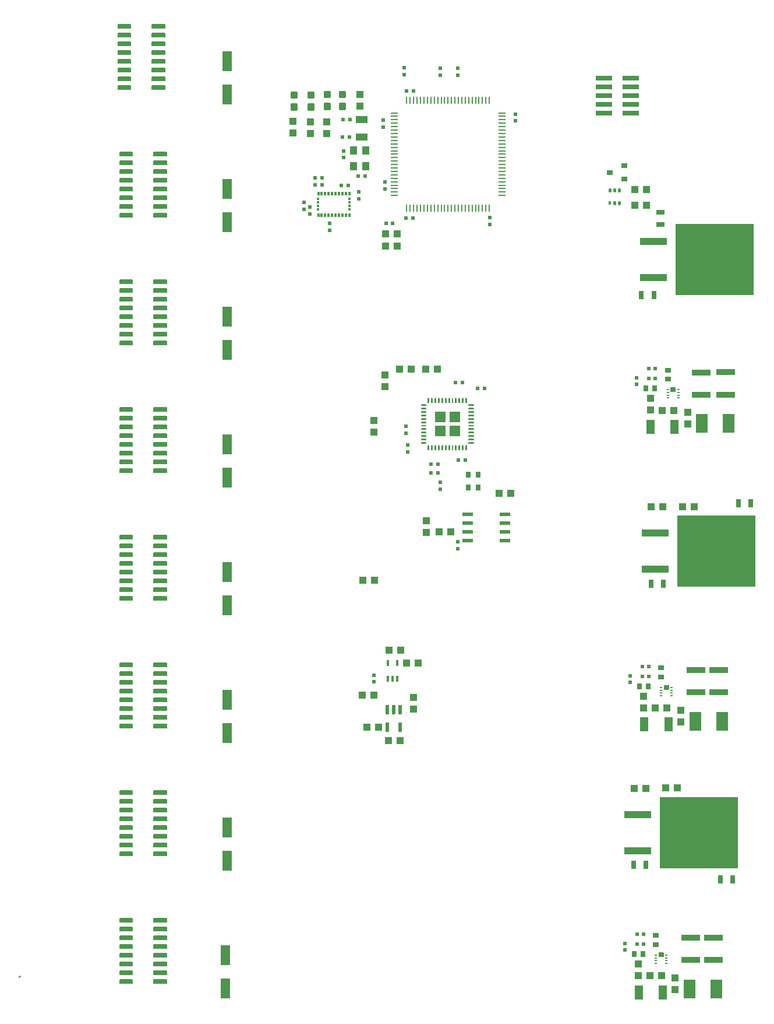
<source format=gbr>
G04 EAGLE Gerber RS-274X export*
G75*
%MOMM*%
%FSLAX34Y34*%
%LPD*%
%INSolderpaste Top*%
%IPPOS*%
%AMOC8*
5,1,8,0,0,1.08239X$1,22.5*%
G01*
%ADD10C,0.152400*%
%ADD11R,0.600000X0.600000*%
%ADD12R,2.720000X0.960000*%
%ADD13R,0.700000X0.900000*%
%ADD14R,1.000000X1.100000*%
%ADD15R,1.270000X2.060000*%
%ADD16R,0.900000X0.700000*%
%ADD17R,1.100000X1.000000*%
%ADD18R,0.800000X1.200000*%
%ADD19R,1.200000X0.800000*%
%ADD20R,3.911600X0.990600*%
%ADD21R,11.455400X10.439400*%
%ADD22C,0.300000*%
%ADD23R,1.125000X0.250000*%
%ADD24R,0.250000X1.125000*%
%ADD25R,2.400000X0.760000*%
%ADD26R,1.700000X2.800000*%
%ADD27C,0.150000*%
%ADD28R,0.900000X0.800000*%
%ADD29R,0.600000X0.500000*%
%ADD30R,0.500000X0.600000*%
%ADD31R,0.457200X0.254000*%
%ADD32R,1.489534X1.489534*%
%ADD33R,1.498059X1.488613*%
%ADD34R,1.488781X1.497091*%
%ADD35R,1.491019X1.491019*%
%ADD36C,0.182000*%
%ADD37R,1.498600X0.533400*%
%ADD38R,0.420000X0.600000*%
%ADD39C,0.420000*%
%ADD40R,0.508000X1.320800*%
%ADD41R,0.304800X0.876300*%
%ADD42R,0.800000X0.900000*%
%ADD43R,1.800000X1.000000*%
%ADD44R,1.100000X1.200000*%
%ADD45R,1.400000X3.000000*%
%ADD46R,0.300000X0.525000*%
%ADD47R,0.425000X0.300000*%

G36*
X1063548Y743089D02*
X1063548Y743089D01*
X1063599Y743091D01*
X1063631Y743109D01*
X1063667Y743117D01*
X1063706Y743150D01*
X1063751Y743174D01*
X1063772Y743204D01*
X1063800Y743227D01*
X1063821Y743274D01*
X1063851Y743316D01*
X1063859Y743358D01*
X1063871Y743386D01*
X1063870Y743416D01*
X1063878Y743458D01*
X1063878Y749554D01*
X1063867Y749604D01*
X1063865Y749655D01*
X1063847Y749687D01*
X1063839Y749723D01*
X1063806Y749762D01*
X1063782Y749807D01*
X1063752Y749828D01*
X1063729Y749856D01*
X1063682Y749877D01*
X1063640Y749907D01*
X1063598Y749915D01*
X1063570Y749927D01*
X1063540Y749926D01*
X1063498Y749934D01*
X1056894Y749934D01*
X1056844Y749923D01*
X1056793Y749921D01*
X1056761Y749903D01*
X1056725Y749895D01*
X1056686Y749862D01*
X1056641Y749838D01*
X1056620Y749808D01*
X1056592Y749785D01*
X1056571Y749738D01*
X1056541Y749696D01*
X1056533Y749654D01*
X1056521Y749626D01*
X1056521Y749615D01*
X1056521Y749614D01*
X1056522Y749594D01*
X1056514Y749554D01*
X1056514Y743458D01*
X1056525Y743408D01*
X1056527Y743357D01*
X1056545Y743325D01*
X1056553Y743289D01*
X1056586Y743250D01*
X1056610Y743205D01*
X1056640Y743184D01*
X1056663Y743156D01*
X1056710Y743135D01*
X1056752Y743105D01*
X1056794Y743097D01*
X1056822Y743085D01*
X1056852Y743086D01*
X1056894Y743078D01*
X1063498Y743078D01*
X1063548Y743089D01*
G37*
G36*
X1053896Y310781D02*
X1053896Y310781D01*
X1053947Y310783D01*
X1053979Y310801D01*
X1054015Y310809D01*
X1054054Y310842D01*
X1054099Y310866D01*
X1054120Y310896D01*
X1054148Y310919D01*
X1054169Y310966D01*
X1054199Y311008D01*
X1054207Y311050D01*
X1054219Y311078D01*
X1054218Y311108D01*
X1054226Y311150D01*
X1054226Y316992D01*
X1054215Y317042D01*
X1054213Y317093D01*
X1054195Y317125D01*
X1054187Y317161D01*
X1054154Y317200D01*
X1054130Y317245D01*
X1054100Y317266D01*
X1054077Y317294D01*
X1054030Y317315D01*
X1053988Y317345D01*
X1053946Y317353D01*
X1053918Y317365D01*
X1053888Y317364D01*
X1053846Y317372D01*
X1046988Y317372D01*
X1046938Y317361D01*
X1046887Y317359D01*
X1046855Y317341D01*
X1046819Y317333D01*
X1046780Y317300D01*
X1046735Y317276D01*
X1046714Y317246D01*
X1046686Y317223D01*
X1046665Y317176D01*
X1046635Y317134D01*
X1046627Y317092D01*
X1046615Y317064D01*
X1046616Y317034D01*
X1046608Y316992D01*
X1046608Y311150D01*
X1046619Y311100D01*
X1046621Y311049D01*
X1046639Y311017D01*
X1046647Y310981D01*
X1046680Y310942D01*
X1046704Y310897D01*
X1046734Y310876D01*
X1046757Y310848D01*
X1046804Y310827D01*
X1046846Y310797D01*
X1046888Y310789D01*
X1046916Y310777D01*
X1046946Y310778D01*
X1046988Y310770D01*
X1053846Y310770D01*
X1053896Y310781D01*
G37*
G36*
X1046276Y-77585D02*
X1046276Y-77585D01*
X1046327Y-77583D01*
X1046359Y-77565D01*
X1046395Y-77557D01*
X1046434Y-77524D01*
X1046479Y-77500D01*
X1046500Y-77470D01*
X1046528Y-77447D01*
X1046549Y-77400D01*
X1046579Y-77358D01*
X1046587Y-77316D01*
X1046599Y-77288D01*
X1046598Y-77258D01*
X1046606Y-77216D01*
X1046606Y-71374D01*
X1046595Y-71324D01*
X1046593Y-71273D01*
X1046575Y-71241D01*
X1046567Y-71205D01*
X1046534Y-71166D01*
X1046510Y-71121D01*
X1046480Y-71100D01*
X1046457Y-71072D01*
X1046410Y-71051D01*
X1046368Y-71021D01*
X1046326Y-71013D01*
X1046298Y-71001D01*
X1046268Y-71002D01*
X1046226Y-70994D01*
X1039622Y-70994D01*
X1039572Y-71005D01*
X1039521Y-71007D01*
X1039489Y-71025D01*
X1039453Y-71033D01*
X1039414Y-71066D01*
X1039369Y-71090D01*
X1039348Y-71120D01*
X1039320Y-71143D01*
X1039299Y-71190D01*
X1039269Y-71232D01*
X1039261Y-71274D01*
X1039249Y-71302D01*
X1039250Y-71332D01*
X1039242Y-71374D01*
X1039242Y-77216D01*
X1039253Y-77266D01*
X1039255Y-77317D01*
X1039273Y-77349D01*
X1039281Y-77385D01*
X1039314Y-77424D01*
X1039338Y-77469D01*
X1039368Y-77490D01*
X1039391Y-77518D01*
X1039438Y-77539D01*
X1039480Y-77569D01*
X1039522Y-77577D01*
X1039550Y-77589D01*
X1039580Y-77588D01*
X1039622Y-77596D01*
X1046226Y-77596D01*
X1046276Y-77585D01*
G37*
D10*
X111760Y-104140D02*
X109220Y-106680D01*
D11*
X612568Y1056640D03*
X602568Y1056640D03*
D12*
X1101344Y738638D03*
X1101344Y771138D03*
X1136396Y739146D03*
X1136396Y771646D03*
D13*
X1020676Y747776D03*
X1033676Y747776D03*
D14*
X1081532Y696096D03*
X1081532Y713096D03*
D15*
X1062506Y691896D03*
X1027406Y691896D03*
D16*
X1052576Y761596D03*
X1052576Y774596D03*
D14*
X1027176Y733416D03*
X1027176Y716416D03*
X1071372Y263788D03*
X1071372Y280788D03*
D15*
X1053362Y260096D03*
X1018262Y260096D03*
D11*
X581152Y1093136D03*
X581152Y1083136D03*
D12*
X1093724Y306838D03*
X1093724Y339338D03*
X1126744Y306838D03*
X1126744Y339338D03*
D13*
X1011024Y315468D03*
X1024024Y315468D03*
D16*
X1042924Y329288D03*
X1042924Y342288D03*
D14*
X1017524Y301108D03*
X1017524Y284108D03*
D17*
X1043804Y-104648D03*
X1026804Y-104648D03*
D14*
X1063244Y-124832D03*
X1063244Y-107832D03*
D15*
X1045234Y-129032D03*
X1010134Y-129032D03*
D11*
X589708Y1113028D03*
X579708Y1113028D03*
D12*
X1086104Y-81782D03*
X1086104Y-49282D03*
X1119124Y-81782D03*
X1119124Y-49282D03*
D13*
X1003404Y-73152D03*
X1016404Y-73152D03*
D16*
X1035304Y-59332D03*
X1035304Y-46332D03*
D14*
X1009904Y-87512D03*
X1009904Y-104512D03*
D18*
X1172828Y581152D03*
X1154828Y581152D03*
X1146920Y35052D03*
X1128920Y35052D03*
X1046336Y464820D03*
X1028336Y464820D03*
D11*
X590216Y1138428D03*
X580216Y1138428D03*
X743792Y756920D03*
X753792Y756920D03*
X748364Y643636D03*
X758364Y643636D03*
X776304Y747776D03*
X786304Y747776D03*
X747268Y525192D03*
X747268Y515192D03*
X718232Y625348D03*
X708232Y625348D03*
X674624Y665908D03*
X674624Y655908D03*
X718232Y638048D03*
X708232Y638048D03*
X671576Y682832D03*
X671576Y692832D03*
D17*
X625212Y303022D03*
X608212Y303022D03*
D18*
X1032112Y883920D03*
X1014112Y883920D03*
D17*
X663566Y236474D03*
X646566Y236474D03*
D14*
X683006Y282584D03*
X683006Y299584D03*
D17*
X646820Y367792D03*
X663820Y367792D03*
D19*
X1041908Y986172D03*
X1041908Y1004172D03*
D18*
X1020428Y56388D03*
X1002428Y56388D03*
D17*
X1051424Y283972D03*
X1034424Y283972D03*
X1061076Y716280D03*
X1044076Y716280D03*
D20*
X1033907Y538464D03*
D21*
X1122680Y512064D03*
D20*
X1033907Y485664D03*
X1008507Y129524D03*
D21*
X1097280Y103124D03*
D20*
X1008507Y76724D03*
X1031875Y961628D03*
D21*
X1120648Y935228D03*
D20*
X1031875Y908828D03*
D22*
X512516Y1160082D02*
X505516Y1160082D01*
X512516Y1160082D02*
X512516Y1153082D01*
X505516Y1153082D01*
X505516Y1160082D01*
X505516Y1155932D02*
X512516Y1155932D01*
X512516Y1158782D02*
X505516Y1158782D01*
X505516Y1177622D02*
X512516Y1177622D01*
X512516Y1170622D01*
X505516Y1170622D01*
X505516Y1177622D01*
X505516Y1173472D02*
X512516Y1173472D01*
X512516Y1176322D02*
X505516Y1176322D01*
X530408Y1160082D02*
X537408Y1160082D01*
X537408Y1153082D01*
X530408Y1153082D01*
X530408Y1160082D01*
X530408Y1155932D02*
X537408Y1155932D01*
X537408Y1158782D02*
X530408Y1158782D01*
X530408Y1177622D02*
X537408Y1177622D01*
X537408Y1170622D01*
X530408Y1170622D01*
X530408Y1177622D01*
X530408Y1173472D02*
X537408Y1173472D01*
X537408Y1176322D02*
X530408Y1176322D01*
X553776Y1161098D02*
X560776Y1161098D01*
X560776Y1154098D01*
X553776Y1154098D01*
X553776Y1161098D01*
X553776Y1156948D02*
X560776Y1156948D01*
X560776Y1159798D02*
X553776Y1159798D01*
X553776Y1178638D02*
X560776Y1178638D01*
X560776Y1171638D01*
X553776Y1171638D01*
X553776Y1178638D01*
X553776Y1174488D02*
X560776Y1174488D01*
X560776Y1177338D02*
X553776Y1177338D01*
D23*
X654544Y1148136D03*
X654544Y1143136D03*
X654544Y1138136D03*
X654544Y1133136D03*
X654544Y1128136D03*
X654544Y1123136D03*
X654544Y1118136D03*
X654544Y1113136D03*
X654544Y1108136D03*
X654544Y1103136D03*
X654544Y1098136D03*
X654544Y1093136D03*
X654544Y1088136D03*
X654544Y1083136D03*
X654544Y1078136D03*
X654544Y1073136D03*
X654544Y1068136D03*
X654544Y1063136D03*
X654544Y1058136D03*
X654544Y1053136D03*
X654544Y1048136D03*
X654544Y1043136D03*
X654544Y1038136D03*
X654544Y1033136D03*
X654544Y1028136D03*
D24*
X673044Y1009636D03*
X678044Y1009636D03*
X683044Y1009636D03*
X688044Y1009636D03*
X693044Y1009636D03*
X698044Y1009636D03*
X703044Y1009636D03*
X708044Y1009636D03*
X713044Y1009636D03*
X718044Y1009636D03*
X723044Y1009636D03*
X728044Y1009636D03*
X733044Y1009636D03*
X738044Y1009636D03*
X743044Y1009636D03*
X748044Y1009636D03*
X753044Y1009636D03*
X758044Y1009636D03*
X763044Y1009636D03*
X768044Y1009636D03*
X773044Y1009636D03*
X778044Y1009636D03*
X783044Y1009636D03*
X788044Y1009636D03*
X793044Y1009636D03*
D23*
X811544Y1028136D03*
X811544Y1033136D03*
X811544Y1038136D03*
X811544Y1043136D03*
X811544Y1048136D03*
X811544Y1053136D03*
X811544Y1058136D03*
X811544Y1063136D03*
X811544Y1068136D03*
X811544Y1073136D03*
X811544Y1078136D03*
X811544Y1083136D03*
X811544Y1088136D03*
X811544Y1093136D03*
X811544Y1098136D03*
X811544Y1103136D03*
X811544Y1108136D03*
X811544Y1113136D03*
X811544Y1118136D03*
X811544Y1123136D03*
X811544Y1128136D03*
X811544Y1133136D03*
X811544Y1138136D03*
X811544Y1143136D03*
X811544Y1148136D03*
D24*
X793044Y1166636D03*
X788044Y1166636D03*
X783044Y1166636D03*
X778044Y1166636D03*
X773044Y1166636D03*
X768044Y1166636D03*
X763044Y1166636D03*
X758044Y1166636D03*
X753044Y1166636D03*
X748044Y1166636D03*
X743044Y1166636D03*
X738044Y1166636D03*
X733044Y1166636D03*
X728044Y1166636D03*
X723044Y1166636D03*
X718044Y1166636D03*
X713044Y1166636D03*
X708044Y1166636D03*
X703044Y1166636D03*
X698044Y1166636D03*
X693044Y1166636D03*
X688044Y1166636D03*
X683044Y1166636D03*
X678044Y1166636D03*
X673044Y1166636D03*
D25*
X998416Y1173480D03*
X998416Y1160780D03*
X998416Y1148080D03*
X998416Y1186180D03*
X998416Y1198880D03*
X959416Y1198880D03*
X959416Y1186180D03*
X959416Y1173480D03*
X959416Y1160780D03*
X959416Y1148080D03*
D26*
X1131512Y264668D03*
X1092512Y264668D03*
X1140656Y696976D03*
X1101656Y696976D03*
X1123384Y-123952D03*
X1084384Y-123952D03*
D27*
X271370Y1271560D02*
X253170Y1271560D01*
X253170Y1276060D01*
X271370Y1276060D01*
X271370Y1271560D01*
X271370Y1272985D02*
X253170Y1272985D01*
X253170Y1274410D02*
X271370Y1274410D01*
X271370Y1275835D02*
X253170Y1275835D01*
X253170Y1258860D02*
X271370Y1258860D01*
X253170Y1258860D02*
X253170Y1263360D01*
X271370Y1263360D01*
X271370Y1258860D01*
X271370Y1260285D02*
X253170Y1260285D01*
X253170Y1261710D02*
X271370Y1261710D01*
X271370Y1263135D02*
X253170Y1263135D01*
X253170Y1246160D02*
X271370Y1246160D01*
X253170Y1246160D02*
X253170Y1250660D01*
X271370Y1250660D01*
X271370Y1246160D01*
X271370Y1247585D02*
X253170Y1247585D01*
X253170Y1249010D02*
X271370Y1249010D01*
X271370Y1250435D02*
X253170Y1250435D01*
X253170Y1233460D02*
X271370Y1233460D01*
X253170Y1233460D02*
X253170Y1237960D01*
X271370Y1237960D01*
X271370Y1233460D01*
X271370Y1234885D02*
X253170Y1234885D01*
X253170Y1236310D02*
X271370Y1236310D01*
X271370Y1237735D02*
X253170Y1237735D01*
X253170Y1220760D02*
X271370Y1220760D01*
X253170Y1220760D02*
X253170Y1225260D01*
X271370Y1225260D01*
X271370Y1220760D01*
X271370Y1222185D02*
X253170Y1222185D01*
X253170Y1223610D02*
X271370Y1223610D01*
X271370Y1225035D02*
X253170Y1225035D01*
X253170Y1208060D02*
X271370Y1208060D01*
X253170Y1208060D02*
X253170Y1212560D01*
X271370Y1212560D01*
X271370Y1208060D01*
X271370Y1209485D02*
X253170Y1209485D01*
X253170Y1210910D02*
X271370Y1210910D01*
X271370Y1212335D02*
X253170Y1212335D01*
X253170Y1195360D02*
X271370Y1195360D01*
X253170Y1195360D02*
X253170Y1199860D01*
X271370Y1199860D01*
X271370Y1195360D01*
X271370Y1196785D02*
X253170Y1196785D01*
X253170Y1198210D02*
X271370Y1198210D01*
X271370Y1199635D02*
X253170Y1199635D01*
X253170Y1182660D02*
X271370Y1182660D01*
X253170Y1182660D02*
X253170Y1187160D01*
X271370Y1187160D01*
X271370Y1182660D01*
X271370Y1184085D02*
X253170Y1184085D01*
X253170Y1185510D02*
X271370Y1185510D01*
X271370Y1186935D02*
X253170Y1186935D01*
X302670Y1182660D02*
X320870Y1182660D01*
X302670Y1182660D02*
X302670Y1187160D01*
X320870Y1187160D01*
X320870Y1182660D01*
X320870Y1184085D02*
X302670Y1184085D01*
X302670Y1185510D02*
X320870Y1185510D01*
X320870Y1186935D02*
X302670Y1186935D01*
X302670Y1195360D02*
X320870Y1195360D01*
X302670Y1195360D02*
X302670Y1199860D01*
X320870Y1199860D01*
X320870Y1195360D01*
X320870Y1196785D02*
X302670Y1196785D01*
X302670Y1198210D02*
X320870Y1198210D01*
X320870Y1199635D02*
X302670Y1199635D01*
X302670Y1208060D02*
X320870Y1208060D01*
X302670Y1208060D02*
X302670Y1212560D01*
X320870Y1212560D01*
X320870Y1208060D01*
X320870Y1209485D02*
X302670Y1209485D01*
X302670Y1210910D02*
X320870Y1210910D01*
X320870Y1212335D02*
X302670Y1212335D01*
X302670Y1220760D02*
X320870Y1220760D01*
X302670Y1220760D02*
X302670Y1225260D01*
X320870Y1225260D01*
X320870Y1220760D01*
X320870Y1222185D02*
X302670Y1222185D01*
X302670Y1223610D02*
X320870Y1223610D01*
X320870Y1225035D02*
X302670Y1225035D01*
X302670Y1233460D02*
X320870Y1233460D01*
X302670Y1233460D02*
X302670Y1237960D01*
X320870Y1237960D01*
X320870Y1233460D01*
X320870Y1234885D02*
X302670Y1234885D01*
X302670Y1236310D02*
X320870Y1236310D01*
X320870Y1237735D02*
X302670Y1237735D01*
X302670Y1246160D02*
X320870Y1246160D01*
X302670Y1246160D02*
X302670Y1250660D01*
X320870Y1250660D01*
X320870Y1246160D01*
X320870Y1247585D02*
X302670Y1247585D01*
X302670Y1249010D02*
X320870Y1249010D01*
X320870Y1250435D02*
X302670Y1250435D01*
X302670Y1258860D02*
X320870Y1258860D01*
X302670Y1258860D02*
X302670Y1263360D01*
X320870Y1263360D01*
X320870Y1258860D01*
X320870Y1260285D02*
X302670Y1260285D01*
X302670Y1261710D02*
X320870Y1261710D01*
X320870Y1263135D02*
X302670Y1263135D01*
X302670Y1271560D02*
X320870Y1271560D01*
X302670Y1271560D02*
X302670Y1276060D01*
X320870Y1276060D01*
X320870Y1271560D01*
X320870Y1272985D02*
X302670Y1272985D01*
X302670Y1274410D02*
X320870Y1274410D01*
X320870Y1275835D02*
X302670Y1275835D01*
X273910Y1086140D02*
X255710Y1086140D01*
X255710Y1090640D01*
X273910Y1090640D01*
X273910Y1086140D01*
X273910Y1087565D02*
X255710Y1087565D01*
X255710Y1088990D02*
X273910Y1088990D01*
X273910Y1090415D02*
X255710Y1090415D01*
X255710Y1073440D02*
X273910Y1073440D01*
X255710Y1073440D02*
X255710Y1077940D01*
X273910Y1077940D01*
X273910Y1073440D01*
X273910Y1074865D02*
X255710Y1074865D01*
X255710Y1076290D02*
X273910Y1076290D01*
X273910Y1077715D02*
X255710Y1077715D01*
X255710Y1060740D02*
X273910Y1060740D01*
X255710Y1060740D02*
X255710Y1065240D01*
X273910Y1065240D01*
X273910Y1060740D01*
X273910Y1062165D02*
X255710Y1062165D01*
X255710Y1063590D02*
X273910Y1063590D01*
X273910Y1065015D02*
X255710Y1065015D01*
X255710Y1048040D02*
X273910Y1048040D01*
X255710Y1048040D02*
X255710Y1052540D01*
X273910Y1052540D01*
X273910Y1048040D01*
X273910Y1049465D02*
X255710Y1049465D01*
X255710Y1050890D02*
X273910Y1050890D01*
X273910Y1052315D02*
X255710Y1052315D01*
X255710Y1035340D02*
X273910Y1035340D01*
X255710Y1035340D02*
X255710Y1039840D01*
X273910Y1039840D01*
X273910Y1035340D01*
X273910Y1036765D02*
X255710Y1036765D01*
X255710Y1038190D02*
X273910Y1038190D01*
X273910Y1039615D02*
X255710Y1039615D01*
X255710Y1022640D02*
X273910Y1022640D01*
X255710Y1022640D02*
X255710Y1027140D01*
X273910Y1027140D01*
X273910Y1022640D01*
X273910Y1024065D02*
X255710Y1024065D01*
X255710Y1025490D02*
X273910Y1025490D01*
X273910Y1026915D02*
X255710Y1026915D01*
X255710Y1009940D02*
X273910Y1009940D01*
X255710Y1009940D02*
X255710Y1014440D01*
X273910Y1014440D01*
X273910Y1009940D01*
X273910Y1011365D02*
X255710Y1011365D01*
X255710Y1012790D02*
X273910Y1012790D01*
X273910Y1014215D02*
X255710Y1014215D01*
X255710Y997240D02*
X273910Y997240D01*
X255710Y997240D02*
X255710Y1001740D01*
X273910Y1001740D01*
X273910Y997240D01*
X273910Y998665D02*
X255710Y998665D01*
X255710Y1000090D02*
X273910Y1000090D01*
X273910Y1001515D02*
X255710Y1001515D01*
X305210Y997240D02*
X323410Y997240D01*
X305210Y997240D02*
X305210Y1001740D01*
X323410Y1001740D01*
X323410Y997240D01*
X323410Y998665D02*
X305210Y998665D01*
X305210Y1000090D02*
X323410Y1000090D01*
X323410Y1001515D02*
X305210Y1001515D01*
X305210Y1009940D02*
X323410Y1009940D01*
X305210Y1009940D02*
X305210Y1014440D01*
X323410Y1014440D01*
X323410Y1009940D01*
X323410Y1011365D02*
X305210Y1011365D01*
X305210Y1012790D02*
X323410Y1012790D01*
X323410Y1014215D02*
X305210Y1014215D01*
X305210Y1022640D02*
X323410Y1022640D01*
X305210Y1022640D02*
X305210Y1027140D01*
X323410Y1027140D01*
X323410Y1022640D01*
X323410Y1024065D02*
X305210Y1024065D01*
X305210Y1025490D02*
X323410Y1025490D01*
X323410Y1026915D02*
X305210Y1026915D01*
X305210Y1035340D02*
X323410Y1035340D01*
X305210Y1035340D02*
X305210Y1039840D01*
X323410Y1039840D01*
X323410Y1035340D01*
X323410Y1036765D02*
X305210Y1036765D01*
X305210Y1038190D02*
X323410Y1038190D01*
X323410Y1039615D02*
X305210Y1039615D01*
X305210Y1048040D02*
X323410Y1048040D01*
X305210Y1048040D02*
X305210Y1052540D01*
X323410Y1052540D01*
X323410Y1048040D01*
X323410Y1049465D02*
X305210Y1049465D01*
X305210Y1050890D02*
X323410Y1050890D01*
X323410Y1052315D02*
X305210Y1052315D01*
X305210Y1060740D02*
X323410Y1060740D01*
X305210Y1060740D02*
X305210Y1065240D01*
X323410Y1065240D01*
X323410Y1060740D01*
X323410Y1062165D02*
X305210Y1062165D01*
X305210Y1063590D02*
X323410Y1063590D01*
X323410Y1065015D02*
X305210Y1065015D01*
X305210Y1073440D02*
X323410Y1073440D01*
X305210Y1073440D02*
X305210Y1077940D01*
X323410Y1077940D01*
X323410Y1073440D01*
X323410Y1074865D02*
X305210Y1074865D01*
X305210Y1076290D02*
X323410Y1076290D01*
X323410Y1077715D02*
X305210Y1077715D01*
X305210Y1086140D02*
X323410Y1086140D01*
X305210Y1086140D02*
X305210Y1090640D01*
X323410Y1090640D01*
X323410Y1086140D01*
X323410Y1087565D02*
X305210Y1087565D01*
X305210Y1088990D02*
X323410Y1088990D01*
X323410Y1090415D02*
X305210Y1090415D01*
X273910Y900720D02*
X255710Y900720D01*
X255710Y905220D01*
X273910Y905220D01*
X273910Y900720D01*
X273910Y902145D02*
X255710Y902145D01*
X255710Y903570D02*
X273910Y903570D01*
X273910Y904995D02*
X255710Y904995D01*
X255710Y888020D02*
X273910Y888020D01*
X255710Y888020D02*
X255710Y892520D01*
X273910Y892520D01*
X273910Y888020D01*
X273910Y889445D02*
X255710Y889445D01*
X255710Y890870D02*
X273910Y890870D01*
X273910Y892295D02*
X255710Y892295D01*
X255710Y875320D02*
X273910Y875320D01*
X255710Y875320D02*
X255710Y879820D01*
X273910Y879820D01*
X273910Y875320D01*
X273910Y876745D02*
X255710Y876745D01*
X255710Y878170D02*
X273910Y878170D01*
X273910Y879595D02*
X255710Y879595D01*
X255710Y862620D02*
X273910Y862620D01*
X255710Y862620D02*
X255710Y867120D01*
X273910Y867120D01*
X273910Y862620D01*
X273910Y864045D02*
X255710Y864045D01*
X255710Y865470D02*
X273910Y865470D01*
X273910Y866895D02*
X255710Y866895D01*
X255710Y849920D02*
X273910Y849920D01*
X255710Y849920D02*
X255710Y854420D01*
X273910Y854420D01*
X273910Y849920D01*
X273910Y851345D02*
X255710Y851345D01*
X255710Y852770D02*
X273910Y852770D01*
X273910Y854195D02*
X255710Y854195D01*
X255710Y837220D02*
X273910Y837220D01*
X255710Y837220D02*
X255710Y841720D01*
X273910Y841720D01*
X273910Y837220D01*
X273910Y838645D02*
X255710Y838645D01*
X255710Y840070D02*
X273910Y840070D01*
X273910Y841495D02*
X255710Y841495D01*
X255710Y824520D02*
X273910Y824520D01*
X255710Y824520D02*
X255710Y829020D01*
X273910Y829020D01*
X273910Y824520D01*
X273910Y825945D02*
X255710Y825945D01*
X255710Y827370D02*
X273910Y827370D01*
X273910Y828795D02*
X255710Y828795D01*
X255710Y811820D02*
X273910Y811820D01*
X255710Y811820D02*
X255710Y816320D01*
X273910Y816320D01*
X273910Y811820D01*
X273910Y813245D02*
X255710Y813245D01*
X255710Y814670D02*
X273910Y814670D01*
X273910Y816095D02*
X255710Y816095D01*
X305210Y811820D02*
X323410Y811820D01*
X305210Y811820D02*
X305210Y816320D01*
X323410Y816320D01*
X323410Y811820D01*
X323410Y813245D02*
X305210Y813245D01*
X305210Y814670D02*
X323410Y814670D01*
X323410Y816095D02*
X305210Y816095D01*
X305210Y824520D02*
X323410Y824520D01*
X305210Y824520D02*
X305210Y829020D01*
X323410Y829020D01*
X323410Y824520D01*
X323410Y825945D02*
X305210Y825945D01*
X305210Y827370D02*
X323410Y827370D01*
X323410Y828795D02*
X305210Y828795D01*
X305210Y837220D02*
X323410Y837220D01*
X305210Y837220D02*
X305210Y841720D01*
X323410Y841720D01*
X323410Y837220D01*
X323410Y838645D02*
X305210Y838645D01*
X305210Y840070D02*
X323410Y840070D01*
X323410Y841495D02*
X305210Y841495D01*
X305210Y849920D02*
X323410Y849920D01*
X305210Y849920D02*
X305210Y854420D01*
X323410Y854420D01*
X323410Y849920D01*
X323410Y851345D02*
X305210Y851345D01*
X305210Y852770D02*
X323410Y852770D01*
X323410Y854195D02*
X305210Y854195D01*
X305210Y862620D02*
X323410Y862620D01*
X305210Y862620D02*
X305210Y867120D01*
X323410Y867120D01*
X323410Y862620D01*
X323410Y864045D02*
X305210Y864045D01*
X305210Y865470D02*
X323410Y865470D01*
X323410Y866895D02*
X305210Y866895D01*
X305210Y875320D02*
X323410Y875320D01*
X305210Y875320D02*
X305210Y879820D01*
X323410Y879820D01*
X323410Y875320D01*
X323410Y876745D02*
X305210Y876745D01*
X305210Y878170D02*
X323410Y878170D01*
X323410Y879595D02*
X305210Y879595D01*
X305210Y888020D02*
X323410Y888020D01*
X305210Y888020D02*
X305210Y892520D01*
X323410Y892520D01*
X323410Y888020D01*
X323410Y889445D02*
X305210Y889445D01*
X305210Y890870D02*
X323410Y890870D01*
X323410Y892295D02*
X305210Y892295D01*
X305210Y900720D02*
X323410Y900720D01*
X305210Y900720D02*
X305210Y905220D01*
X323410Y905220D01*
X323410Y900720D01*
X323410Y902145D02*
X305210Y902145D01*
X305210Y903570D02*
X323410Y903570D01*
X323410Y904995D02*
X305210Y904995D01*
X273910Y715300D02*
X255710Y715300D01*
X255710Y719800D01*
X273910Y719800D01*
X273910Y715300D01*
X273910Y716725D02*
X255710Y716725D01*
X255710Y718150D02*
X273910Y718150D01*
X273910Y719575D02*
X255710Y719575D01*
X255710Y702600D02*
X273910Y702600D01*
X255710Y702600D02*
X255710Y707100D01*
X273910Y707100D01*
X273910Y702600D01*
X273910Y704025D02*
X255710Y704025D01*
X255710Y705450D02*
X273910Y705450D01*
X273910Y706875D02*
X255710Y706875D01*
X255710Y689900D02*
X273910Y689900D01*
X255710Y689900D02*
X255710Y694400D01*
X273910Y694400D01*
X273910Y689900D01*
X273910Y691325D02*
X255710Y691325D01*
X255710Y692750D02*
X273910Y692750D01*
X273910Y694175D02*
X255710Y694175D01*
X255710Y677200D02*
X273910Y677200D01*
X255710Y677200D02*
X255710Y681700D01*
X273910Y681700D01*
X273910Y677200D01*
X273910Y678625D02*
X255710Y678625D01*
X255710Y680050D02*
X273910Y680050D01*
X273910Y681475D02*
X255710Y681475D01*
X255710Y664500D02*
X273910Y664500D01*
X255710Y664500D02*
X255710Y669000D01*
X273910Y669000D01*
X273910Y664500D01*
X273910Y665925D02*
X255710Y665925D01*
X255710Y667350D02*
X273910Y667350D01*
X273910Y668775D02*
X255710Y668775D01*
X255710Y651800D02*
X273910Y651800D01*
X255710Y651800D02*
X255710Y656300D01*
X273910Y656300D01*
X273910Y651800D01*
X273910Y653225D02*
X255710Y653225D01*
X255710Y654650D02*
X273910Y654650D01*
X273910Y656075D02*
X255710Y656075D01*
X255710Y639100D02*
X273910Y639100D01*
X255710Y639100D02*
X255710Y643600D01*
X273910Y643600D01*
X273910Y639100D01*
X273910Y640525D02*
X255710Y640525D01*
X255710Y641950D02*
X273910Y641950D01*
X273910Y643375D02*
X255710Y643375D01*
X255710Y626400D02*
X273910Y626400D01*
X255710Y626400D02*
X255710Y630900D01*
X273910Y630900D01*
X273910Y626400D01*
X273910Y627825D02*
X255710Y627825D01*
X255710Y629250D02*
X273910Y629250D01*
X273910Y630675D02*
X255710Y630675D01*
X305210Y626400D02*
X323410Y626400D01*
X305210Y626400D02*
X305210Y630900D01*
X323410Y630900D01*
X323410Y626400D01*
X323410Y627825D02*
X305210Y627825D01*
X305210Y629250D02*
X323410Y629250D01*
X323410Y630675D02*
X305210Y630675D01*
X305210Y639100D02*
X323410Y639100D01*
X305210Y639100D02*
X305210Y643600D01*
X323410Y643600D01*
X323410Y639100D01*
X323410Y640525D02*
X305210Y640525D01*
X305210Y641950D02*
X323410Y641950D01*
X323410Y643375D02*
X305210Y643375D01*
X305210Y651800D02*
X323410Y651800D01*
X305210Y651800D02*
X305210Y656300D01*
X323410Y656300D01*
X323410Y651800D01*
X323410Y653225D02*
X305210Y653225D01*
X305210Y654650D02*
X323410Y654650D01*
X323410Y656075D02*
X305210Y656075D01*
X305210Y664500D02*
X323410Y664500D01*
X305210Y664500D02*
X305210Y669000D01*
X323410Y669000D01*
X323410Y664500D01*
X323410Y665925D02*
X305210Y665925D01*
X305210Y667350D02*
X323410Y667350D01*
X323410Y668775D02*
X305210Y668775D01*
X305210Y677200D02*
X323410Y677200D01*
X305210Y677200D02*
X305210Y681700D01*
X323410Y681700D01*
X323410Y677200D01*
X323410Y678625D02*
X305210Y678625D01*
X305210Y680050D02*
X323410Y680050D01*
X323410Y681475D02*
X305210Y681475D01*
X305210Y689900D02*
X323410Y689900D01*
X305210Y689900D02*
X305210Y694400D01*
X323410Y694400D01*
X323410Y689900D01*
X323410Y691325D02*
X305210Y691325D01*
X305210Y692750D02*
X323410Y692750D01*
X323410Y694175D02*
X305210Y694175D01*
X305210Y702600D02*
X323410Y702600D01*
X305210Y702600D02*
X305210Y707100D01*
X323410Y707100D01*
X323410Y702600D01*
X323410Y704025D02*
X305210Y704025D01*
X305210Y705450D02*
X323410Y705450D01*
X323410Y706875D02*
X305210Y706875D01*
X305210Y715300D02*
X323410Y715300D01*
X305210Y715300D02*
X305210Y719800D01*
X323410Y719800D01*
X323410Y715300D01*
X323410Y716725D02*
X305210Y716725D01*
X305210Y718150D02*
X323410Y718150D01*
X323410Y719575D02*
X305210Y719575D01*
X273910Y529880D02*
X255710Y529880D01*
X255710Y534380D01*
X273910Y534380D01*
X273910Y529880D01*
X273910Y531305D02*
X255710Y531305D01*
X255710Y532730D02*
X273910Y532730D01*
X273910Y534155D02*
X255710Y534155D01*
X255710Y517180D02*
X273910Y517180D01*
X255710Y517180D02*
X255710Y521680D01*
X273910Y521680D01*
X273910Y517180D01*
X273910Y518605D02*
X255710Y518605D01*
X255710Y520030D02*
X273910Y520030D01*
X273910Y521455D02*
X255710Y521455D01*
X255710Y504480D02*
X273910Y504480D01*
X255710Y504480D02*
X255710Y508980D01*
X273910Y508980D01*
X273910Y504480D01*
X273910Y505905D02*
X255710Y505905D01*
X255710Y507330D02*
X273910Y507330D01*
X273910Y508755D02*
X255710Y508755D01*
X255710Y491780D02*
X273910Y491780D01*
X255710Y491780D02*
X255710Y496280D01*
X273910Y496280D01*
X273910Y491780D01*
X273910Y493205D02*
X255710Y493205D01*
X255710Y494630D02*
X273910Y494630D01*
X273910Y496055D02*
X255710Y496055D01*
X255710Y479080D02*
X273910Y479080D01*
X255710Y479080D02*
X255710Y483580D01*
X273910Y483580D01*
X273910Y479080D01*
X273910Y480505D02*
X255710Y480505D01*
X255710Y481930D02*
X273910Y481930D01*
X273910Y483355D02*
X255710Y483355D01*
X255710Y466380D02*
X273910Y466380D01*
X255710Y466380D02*
X255710Y470880D01*
X273910Y470880D01*
X273910Y466380D01*
X273910Y467805D02*
X255710Y467805D01*
X255710Y469230D02*
X273910Y469230D01*
X273910Y470655D02*
X255710Y470655D01*
X255710Y453680D02*
X273910Y453680D01*
X255710Y453680D02*
X255710Y458180D01*
X273910Y458180D01*
X273910Y453680D01*
X273910Y455105D02*
X255710Y455105D01*
X255710Y456530D02*
X273910Y456530D01*
X273910Y457955D02*
X255710Y457955D01*
X255710Y440980D02*
X273910Y440980D01*
X255710Y440980D02*
X255710Y445480D01*
X273910Y445480D01*
X273910Y440980D01*
X273910Y442405D02*
X255710Y442405D01*
X255710Y443830D02*
X273910Y443830D01*
X273910Y445255D02*
X255710Y445255D01*
X305210Y440980D02*
X323410Y440980D01*
X305210Y440980D02*
X305210Y445480D01*
X323410Y445480D01*
X323410Y440980D01*
X323410Y442405D02*
X305210Y442405D01*
X305210Y443830D02*
X323410Y443830D01*
X323410Y445255D02*
X305210Y445255D01*
X305210Y453680D02*
X323410Y453680D01*
X305210Y453680D02*
X305210Y458180D01*
X323410Y458180D01*
X323410Y453680D01*
X323410Y455105D02*
X305210Y455105D01*
X305210Y456530D02*
X323410Y456530D01*
X323410Y457955D02*
X305210Y457955D01*
X305210Y466380D02*
X323410Y466380D01*
X305210Y466380D02*
X305210Y470880D01*
X323410Y470880D01*
X323410Y466380D01*
X323410Y467805D02*
X305210Y467805D01*
X305210Y469230D02*
X323410Y469230D01*
X323410Y470655D02*
X305210Y470655D01*
X305210Y479080D02*
X323410Y479080D01*
X305210Y479080D02*
X305210Y483580D01*
X323410Y483580D01*
X323410Y479080D01*
X323410Y480505D02*
X305210Y480505D01*
X305210Y481930D02*
X323410Y481930D01*
X323410Y483355D02*
X305210Y483355D01*
X305210Y491780D02*
X323410Y491780D01*
X305210Y491780D02*
X305210Y496280D01*
X323410Y496280D01*
X323410Y491780D01*
X323410Y493205D02*
X305210Y493205D01*
X305210Y494630D02*
X323410Y494630D01*
X323410Y496055D02*
X305210Y496055D01*
X305210Y504480D02*
X323410Y504480D01*
X305210Y504480D02*
X305210Y508980D01*
X323410Y508980D01*
X323410Y504480D01*
X323410Y505905D02*
X305210Y505905D01*
X305210Y507330D02*
X323410Y507330D01*
X323410Y508755D02*
X305210Y508755D01*
X305210Y517180D02*
X323410Y517180D01*
X305210Y517180D02*
X305210Y521680D01*
X323410Y521680D01*
X323410Y517180D01*
X323410Y518605D02*
X305210Y518605D01*
X305210Y520030D02*
X323410Y520030D01*
X323410Y521455D02*
X305210Y521455D01*
X305210Y529880D02*
X323410Y529880D01*
X305210Y529880D02*
X305210Y534380D01*
X323410Y534380D01*
X323410Y529880D01*
X323410Y531305D02*
X305210Y531305D01*
X305210Y532730D02*
X323410Y532730D01*
X323410Y534155D02*
X305210Y534155D01*
X273910Y344460D02*
X255710Y344460D01*
X255710Y348960D01*
X273910Y348960D01*
X273910Y344460D01*
X273910Y345885D02*
X255710Y345885D01*
X255710Y347310D02*
X273910Y347310D01*
X273910Y348735D02*
X255710Y348735D01*
X255710Y331760D02*
X273910Y331760D01*
X255710Y331760D02*
X255710Y336260D01*
X273910Y336260D01*
X273910Y331760D01*
X273910Y333185D02*
X255710Y333185D01*
X255710Y334610D02*
X273910Y334610D01*
X273910Y336035D02*
X255710Y336035D01*
X255710Y319060D02*
X273910Y319060D01*
X255710Y319060D02*
X255710Y323560D01*
X273910Y323560D01*
X273910Y319060D01*
X273910Y320485D02*
X255710Y320485D01*
X255710Y321910D02*
X273910Y321910D01*
X273910Y323335D02*
X255710Y323335D01*
X255710Y306360D02*
X273910Y306360D01*
X255710Y306360D02*
X255710Y310860D01*
X273910Y310860D01*
X273910Y306360D01*
X273910Y307785D02*
X255710Y307785D01*
X255710Y309210D02*
X273910Y309210D01*
X273910Y310635D02*
X255710Y310635D01*
X255710Y293660D02*
X273910Y293660D01*
X255710Y293660D02*
X255710Y298160D01*
X273910Y298160D01*
X273910Y293660D01*
X273910Y295085D02*
X255710Y295085D01*
X255710Y296510D02*
X273910Y296510D01*
X273910Y297935D02*
X255710Y297935D01*
X255710Y280960D02*
X273910Y280960D01*
X255710Y280960D02*
X255710Y285460D01*
X273910Y285460D01*
X273910Y280960D01*
X273910Y282385D02*
X255710Y282385D01*
X255710Y283810D02*
X273910Y283810D01*
X273910Y285235D02*
X255710Y285235D01*
X255710Y268260D02*
X273910Y268260D01*
X255710Y268260D02*
X255710Y272760D01*
X273910Y272760D01*
X273910Y268260D01*
X273910Y269685D02*
X255710Y269685D01*
X255710Y271110D02*
X273910Y271110D01*
X273910Y272535D02*
X255710Y272535D01*
X255710Y255560D02*
X273910Y255560D01*
X255710Y255560D02*
X255710Y260060D01*
X273910Y260060D01*
X273910Y255560D01*
X273910Y256985D02*
X255710Y256985D01*
X255710Y258410D02*
X273910Y258410D01*
X273910Y259835D02*
X255710Y259835D01*
X305210Y255560D02*
X323410Y255560D01*
X305210Y255560D02*
X305210Y260060D01*
X323410Y260060D01*
X323410Y255560D01*
X323410Y256985D02*
X305210Y256985D01*
X305210Y258410D02*
X323410Y258410D01*
X323410Y259835D02*
X305210Y259835D01*
X305210Y268260D02*
X323410Y268260D01*
X305210Y268260D02*
X305210Y272760D01*
X323410Y272760D01*
X323410Y268260D01*
X323410Y269685D02*
X305210Y269685D01*
X305210Y271110D02*
X323410Y271110D01*
X323410Y272535D02*
X305210Y272535D01*
X305210Y280960D02*
X323410Y280960D01*
X305210Y280960D02*
X305210Y285460D01*
X323410Y285460D01*
X323410Y280960D01*
X323410Y282385D02*
X305210Y282385D01*
X305210Y283810D02*
X323410Y283810D01*
X323410Y285235D02*
X305210Y285235D01*
X305210Y293660D02*
X323410Y293660D01*
X305210Y293660D02*
X305210Y298160D01*
X323410Y298160D01*
X323410Y293660D01*
X323410Y295085D02*
X305210Y295085D01*
X305210Y296510D02*
X323410Y296510D01*
X323410Y297935D02*
X305210Y297935D01*
X305210Y306360D02*
X323410Y306360D01*
X305210Y306360D02*
X305210Y310860D01*
X323410Y310860D01*
X323410Y306360D01*
X323410Y307785D02*
X305210Y307785D01*
X305210Y309210D02*
X323410Y309210D01*
X323410Y310635D02*
X305210Y310635D01*
X305210Y319060D02*
X323410Y319060D01*
X305210Y319060D02*
X305210Y323560D01*
X323410Y323560D01*
X323410Y319060D01*
X323410Y320485D02*
X305210Y320485D01*
X305210Y321910D02*
X323410Y321910D01*
X323410Y323335D02*
X305210Y323335D01*
X305210Y331760D02*
X323410Y331760D01*
X305210Y331760D02*
X305210Y336260D01*
X323410Y336260D01*
X323410Y331760D01*
X323410Y333185D02*
X305210Y333185D01*
X305210Y334610D02*
X323410Y334610D01*
X323410Y336035D02*
X305210Y336035D01*
X305210Y344460D02*
X323410Y344460D01*
X305210Y344460D02*
X305210Y348960D01*
X323410Y348960D01*
X323410Y344460D01*
X323410Y345885D02*
X305210Y345885D01*
X305210Y347310D02*
X323410Y347310D01*
X323410Y348735D02*
X305210Y348735D01*
X273910Y159040D02*
X255710Y159040D01*
X255710Y163540D01*
X273910Y163540D01*
X273910Y159040D01*
X273910Y160465D02*
X255710Y160465D01*
X255710Y161890D02*
X273910Y161890D01*
X273910Y163315D02*
X255710Y163315D01*
X255710Y146340D02*
X273910Y146340D01*
X255710Y146340D02*
X255710Y150840D01*
X273910Y150840D01*
X273910Y146340D01*
X273910Y147765D02*
X255710Y147765D01*
X255710Y149190D02*
X273910Y149190D01*
X273910Y150615D02*
X255710Y150615D01*
X255710Y133640D02*
X273910Y133640D01*
X255710Y133640D02*
X255710Y138140D01*
X273910Y138140D01*
X273910Y133640D01*
X273910Y135065D02*
X255710Y135065D01*
X255710Y136490D02*
X273910Y136490D01*
X273910Y137915D02*
X255710Y137915D01*
X255710Y120940D02*
X273910Y120940D01*
X255710Y120940D02*
X255710Y125440D01*
X273910Y125440D01*
X273910Y120940D01*
X273910Y122365D02*
X255710Y122365D01*
X255710Y123790D02*
X273910Y123790D01*
X273910Y125215D02*
X255710Y125215D01*
X255710Y108240D02*
X273910Y108240D01*
X255710Y108240D02*
X255710Y112740D01*
X273910Y112740D01*
X273910Y108240D01*
X273910Y109665D02*
X255710Y109665D01*
X255710Y111090D02*
X273910Y111090D01*
X273910Y112515D02*
X255710Y112515D01*
X255710Y95540D02*
X273910Y95540D01*
X255710Y95540D02*
X255710Y100040D01*
X273910Y100040D01*
X273910Y95540D01*
X273910Y96965D02*
X255710Y96965D01*
X255710Y98390D02*
X273910Y98390D01*
X273910Y99815D02*
X255710Y99815D01*
X255710Y82840D02*
X273910Y82840D01*
X255710Y82840D02*
X255710Y87340D01*
X273910Y87340D01*
X273910Y82840D01*
X273910Y84265D02*
X255710Y84265D01*
X255710Y85690D02*
X273910Y85690D01*
X273910Y87115D02*
X255710Y87115D01*
X255710Y70140D02*
X273910Y70140D01*
X255710Y70140D02*
X255710Y74640D01*
X273910Y74640D01*
X273910Y70140D01*
X273910Y71565D02*
X255710Y71565D01*
X255710Y72990D02*
X273910Y72990D01*
X273910Y74415D02*
X255710Y74415D01*
X305210Y70140D02*
X323410Y70140D01*
X305210Y70140D02*
X305210Y74640D01*
X323410Y74640D01*
X323410Y70140D01*
X323410Y71565D02*
X305210Y71565D01*
X305210Y72990D02*
X323410Y72990D01*
X323410Y74415D02*
X305210Y74415D01*
X305210Y82840D02*
X323410Y82840D01*
X305210Y82840D02*
X305210Y87340D01*
X323410Y87340D01*
X323410Y82840D01*
X323410Y84265D02*
X305210Y84265D01*
X305210Y85690D02*
X323410Y85690D01*
X323410Y87115D02*
X305210Y87115D01*
X305210Y95540D02*
X323410Y95540D01*
X305210Y95540D02*
X305210Y100040D01*
X323410Y100040D01*
X323410Y95540D01*
X323410Y96965D02*
X305210Y96965D01*
X305210Y98390D02*
X323410Y98390D01*
X323410Y99815D02*
X305210Y99815D01*
X305210Y108240D02*
X323410Y108240D01*
X305210Y108240D02*
X305210Y112740D01*
X323410Y112740D01*
X323410Y108240D01*
X323410Y109665D02*
X305210Y109665D01*
X305210Y111090D02*
X323410Y111090D01*
X323410Y112515D02*
X305210Y112515D01*
X305210Y120940D02*
X323410Y120940D01*
X305210Y120940D02*
X305210Y125440D01*
X323410Y125440D01*
X323410Y120940D01*
X323410Y122365D02*
X305210Y122365D01*
X305210Y123790D02*
X323410Y123790D01*
X323410Y125215D02*
X305210Y125215D01*
X305210Y133640D02*
X323410Y133640D01*
X305210Y133640D02*
X305210Y138140D01*
X323410Y138140D01*
X323410Y133640D01*
X323410Y135065D02*
X305210Y135065D01*
X305210Y136490D02*
X323410Y136490D01*
X323410Y137915D02*
X305210Y137915D01*
X305210Y146340D02*
X323410Y146340D01*
X305210Y146340D02*
X305210Y150840D01*
X323410Y150840D01*
X323410Y146340D01*
X323410Y147765D02*
X305210Y147765D01*
X305210Y149190D02*
X323410Y149190D01*
X323410Y150615D02*
X305210Y150615D01*
X305210Y159040D02*
X323410Y159040D01*
X305210Y159040D02*
X305210Y163540D01*
X323410Y163540D01*
X323410Y159040D01*
X323410Y160465D02*
X305210Y160465D01*
X305210Y161890D02*
X323410Y161890D01*
X323410Y163315D02*
X305210Y163315D01*
X273910Y-26380D02*
X255710Y-26380D01*
X255710Y-21880D01*
X273910Y-21880D01*
X273910Y-26380D01*
X273910Y-24955D02*
X255710Y-24955D01*
X255710Y-23530D02*
X273910Y-23530D01*
X273910Y-22105D02*
X255710Y-22105D01*
X255710Y-39080D02*
X273910Y-39080D01*
X255710Y-39080D02*
X255710Y-34580D01*
X273910Y-34580D01*
X273910Y-39080D01*
X273910Y-37655D02*
X255710Y-37655D01*
X255710Y-36230D02*
X273910Y-36230D01*
X273910Y-34805D02*
X255710Y-34805D01*
X255710Y-51780D02*
X273910Y-51780D01*
X255710Y-51780D02*
X255710Y-47280D01*
X273910Y-47280D01*
X273910Y-51780D01*
X273910Y-50355D02*
X255710Y-50355D01*
X255710Y-48930D02*
X273910Y-48930D01*
X273910Y-47505D02*
X255710Y-47505D01*
X255710Y-64480D02*
X273910Y-64480D01*
X255710Y-64480D02*
X255710Y-59980D01*
X273910Y-59980D01*
X273910Y-64480D01*
X273910Y-63055D02*
X255710Y-63055D01*
X255710Y-61630D02*
X273910Y-61630D01*
X273910Y-60205D02*
X255710Y-60205D01*
X255710Y-77180D02*
X273910Y-77180D01*
X255710Y-77180D02*
X255710Y-72680D01*
X273910Y-72680D01*
X273910Y-77180D01*
X273910Y-75755D02*
X255710Y-75755D01*
X255710Y-74330D02*
X273910Y-74330D01*
X273910Y-72905D02*
X255710Y-72905D01*
X255710Y-89880D02*
X273910Y-89880D01*
X255710Y-89880D02*
X255710Y-85380D01*
X273910Y-85380D01*
X273910Y-89880D01*
X273910Y-88455D02*
X255710Y-88455D01*
X255710Y-87030D02*
X273910Y-87030D01*
X273910Y-85605D02*
X255710Y-85605D01*
X255710Y-102580D02*
X273910Y-102580D01*
X255710Y-102580D02*
X255710Y-98080D01*
X273910Y-98080D01*
X273910Y-102580D01*
X273910Y-101155D02*
X255710Y-101155D01*
X255710Y-99730D02*
X273910Y-99730D01*
X273910Y-98305D02*
X255710Y-98305D01*
X255710Y-115280D02*
X273910Y-115280D01*
X255710Y-115280D02*
X255710Y-110780D01*
X273910Y-110780D01*
X273910Y-115280D01*
X273910Y-113855D02*
X255710Y-113855D01*
X255710Y-112430D02*
X273910Y-112430D01*
X273910Y-111005D02*
X255710Y-111005D01*
X305210Y-115280D02*
X323410Y-115280D01*
X305210Y-115280D02*
X305210Y-110780D01*
X323410Y-110780D01*
X323410Y-115280D01*
X323410Y-113855D02*
X305210Y-113855D01*
X305210Y-112430D02*
X323410Y-112430D01*
X323410Y-111005D02*
X305210Y-111005D01*
X305210Y-102580D02*
X323410Y-102580D01*
X305210Y-102580D02*
X305210Y-98080D01*
X323410Y-98080D01*
X323410Y-102580D01*
X323410Y-101155D02*
X305210Y-101155D01*
X305210Y-99730D02*
X323410Y-99730D01*
X323410Y-98305D02*
X305210Y-98305D01*
X305210Y-89880D02*
X323410Y-89880D01*
X305210Y-89880D02*
X305210Y-85380D01*
X323410Y-85380D01*
X323410Y-89880D01*
X323410Y-88455D02*
X305210Y-88455D01*
X305210Y-87030D02*
X323410Y-87030D01*
X323410Y-85605D02*
X305210Y-85605D01*
X305210Y-77180D02*
X323410Y-77180D01*
X305210Y-77180D02*
X305210Y-72680D01*
X323410Y-72680D01*
X323410Y-77180D01*
X323410Y-75755D02*
X305210Y-75755D01*
X305210Y-74330D02*
X323410Y-74330D01*
X323410Y-72905D02*
X305210Y-72905D01*
X305210Y-64480D02*
X323410Y-64480D01*
X305210Y-64480D02*
X305210Y-59980D01*
X323410Y-59980D01*
X323410Y-64480D01*
X323410Y-63055D02*
X305210Y-63055D01*
X305210Y-61630D02*
X323410Y-61630D01*
X323410Y-60205D02*
X305210Y-60205D01*
X305210Y-51780D02*
X323410Y-51780D01*
X305210Y-51780D02*
X305210Y-47280D01*
X323410Y-47280D01*
X323410Y-51780D01*
X323410Y-50355D02*
X305210Y-50355D01*
X305210Y-48930D02*
X323410Y-48930D01*
X323410Y-47505D02*
X305210Y-47505D01*
X305210Y-39080D02*
X323410Y-39080D01*
X305210Y-39080D02*
X305210Y-34580D01*
X323410Y-34580D01*
X323410Y-39080D01*
X323410Y-37655D02*
X305210Y-37655D01*
X305210Y-36230D02*
X323410Y-36230D01*
X323410Y-34805D02*
X305210Y-34805D01*
X305210Y-26380D02*
X323410Y-26380D01*
X305210Y-26380D02*
X305210Y-21880D01*
X323410Y-21880D01*
X323410Y-26380D01*
X323410Y-24955D02*
X305210Y-24955D01*
X305210Y-23530D02*
X323410Y-23530D01*
X323410Y-22105D02*
X305210Y-22105D01*
D28*
X988916Y1052220D03*
X988916Y1071220D03*
X967916Y1061720D03*
D14*
X556768Y1118244D03*
X556768Y1135244D03*
X701548Y556124D03*
X701548Y539124D03*
D17*
X736972Y539496D03*
X719972Y539496D03*
D29*
X997712Y321616D03*
X997712Y330656D03*
D30*
X1015544Y330200D03*
X1024584Y330200D03*
X1015544Y344424D03*
X1024584Y344424D03*
D14*
X532892Y1118244D03*
X532892Y1135244D03*
D29*
X990092Y-67004D03*
X990092Y-57964D03*
D30*
X1007924Y-58420D03*
X1016964Y-58420D03*
X1007924Y-44196D03*
X1016964Y-44196D03*
D17*
X1074048Y576580D03*
X1091048Y576580D03*
X1028328Y576072D03*
X1045328Y576072D03*
X1049156Y168148D03*
X1066156Y168148D03*
X1003944Y167640D03*
X1020944Y167640D03*
X824348Y595884D03*
X807348Y595884D03*
X626228Y469392D03*
X609228Y469392D03*
D14*
X507492Y1119260D03*
X507492Y1136260D03*
D11*
X721360Y612060D03*
X721360Y602060D03*
D29*
X1006856Y753924D03*
X1006856Y762964D03*
D30*
X1025196Y762508D03*
X1034236Y762508D03*
X1025196Y776732D03*
X1034236Y776732D03*
D31*
X1067946Y734156D03*
X1067946Y738156D03*
X1067946Y742156D03*
X1067946Y746156D03*
X1052446Y746156D03*
X1052446Y742156D03*
X1052446Y738156D03*
X1052446Y734156D03*
D32*
X742580Y685916D03*
D33*
X742585Y707058D03*
D34*
X721443Y685912D03*
D35*
X721473Y707023D03*
D36*
X759138Y727528D02*
X759138Y734108D01*
X759918Y734108D01*
X759918Y727528D01*
X759138Y727528D01*
X759138Y729257D02*
X759918Y729257D01*
X759918Y730986D02*
X759138Y730986D01*
X759138Y732715D02*
X759918Y732715D01*
X754138Y734108D02*
X754138Y727528D01*
X754138Y734108D02*
X754918Y734108D01*
X754918Y727528D01*
X754138Y727528D01*
X754138Y729257D02*
X754918Y729257D01*
X754918Y730986D02*
X754138Y730986D01*
X754138Y732715D02*
X754918Y732715D01*
X749138Y734108D02*
X749138Y727528D01*
X749138Y734108D02*
X749918Y734108D01*
X749918Y727528D01*
X749138Y727528D01*
X749138Y729257D02*
X749918Y729257D01*
X749918Y730986D02*
X749138Y730986D01*
X749138Y732715D02*
X749918Y732715D01*
X744138Y734108D02*
X744138Y727528D01*
X744138Y734108D02*
X744918Y734108D01*
X744918Y727528D01*
X744138Y727528D01*
X744138Y729257D02*
X744918Y729257D01*
X744918Y730986D02*
X744138Y730986D01*
X744138Y732715D02*
X744918Y732715D01*
X739138Y734108D02*
X739138Y727528D01*
X739138Y734108D02*
X739918Y734108D01*
X739918Y727528D01*
X739138Y727528D01*
X739138Y729257D02*
X739918Y729257D01*
X739918Y730986D02*
X739138Y730986D01*
X739138Y732715D02*
X739918Y732715D01*
X734138Y734108D02*
X734138Y727528D01*
X734138Y734108D02*
X734918Y734108D01*
X734918Y727528D01*
X734138Y727528D01*
X734138Y729257D02*
X734918Y729257D01*
X734918Y730986D02*
X734138Y730986D01*
X734138Y732715D02*
X734918Y732715D01*
X729138Y734108D02*
X729138Y727528D01*
X729138Y734108D02*
X729918Y734108D01*
X729918Y727528D01*
X729138Y727528D01*
X729138Y729257D02*
X729918Y729257D01*
X729918Y730986D02*
X729138Y730986D01*
X729138Y732715D02*
X729918Y732715D01*
X724138Y734108D02*
X724138Y727528D01*
X724138Y734108D02*
X724918Y734108D01*
X724918Y727528D01*
X724138Y727528D01*
X724138Y729257D02*
X724918Y729257D01*
X724918Y730986D02*
X724138Y730986D01*
X724138Y732715D02*
X724918Y732715D01*
X719138Y734108D02*
X719138Y727528D01*
X719138Y734108D02*
X719918Y734108D01*
X719918Y727528D01*
X719138Y727528D01*
X719138Y729257D02*
X719918Y729257D01*
X719918Y730986D02*
X719138Y730986D01*
X719138Y732715D02*
X719918Y732715D01*
X714138Y734108D02*
X714138Y727528D01*
X714138Y734108D02*
X714918Y734108D01*
X714918Y727528D01*
X714138Y727528D01*
X714138Y729257D02*
X714918Y729257D01*
X714918Y730986D02*
X714138Y730986D01*
X714138Y732715D02*
X714918Y732715D01*
X709138Y734108D02*
X709138Y727528D01*
X709138Y734108D02*
X709918Y734108D01*
X709918Y727528D01*
X709138Y727528D01*
X709138Y729257D02*
X709918Y729257D01*
X709918Y730986D02*
X709138Y730986D01*
X709138Y732715D02*
X709918Y732715D01*
X704138Y734108D02*
X704138Y727528D01*
X704138Y734108D02*
X704918Y734108D01*
X704918Y727528D01*
X704138Y727528D01*
X704138Y729257D02*
X704918Y729257D01*
X704918Y730986D02*
X704138Y730986D01*
X704138Y732715D02*
X704918Y732715D01*
X700968Y723578D02*
X694388Y723578D01*
X694388Y724358D01*
X700968Y724358D01*
X700968Y723578D01*
X700968Y718578D02*
X694388Y718578D01*
X694388Y719358D01*
X700968Y719358D01*
X700968Y718578D01*
X700968Y713578D02*
X694388Y713578D01*
X694388Y714358D01*
X700968Y714358D01*
X700968Y713578D01*
X700968Y708578D02*
X694388Y708578D01*
X694388Y709358D01*
X700968Y709358D01*
X700968Y708578D01*
X700968Y703578D02*
X694388Y703578D01*
X694388Y704358D01*
X700968Y704358D01*
X700968Y703578D01*
X700968Y698578D02*
X694388Y698578D01*
X694388Y699358D01*
X700968Y699358D01*
X700968Y698578D01*
X700968Y693578D02*
X694388Y693578D01*
X694388Y694358D01*
X700968Y694358D01*
X700968Y693578D01*
X700968Y688578D02*
X694388Y688578D01*
X694388Y689358D01*
X700968Y689358D01*
X700968Y688578D01*
X700968Y683578D02*
X694388Y683578D01*
X694388Y684358D01*
X700968Y684358D01*
X700968Y683578D01*
X700968Y678578D02*
X694388Y678578D01*
X694388Y679358D01*
X700968Y679358D01*
X700968Y678578D01*
X700968Y673578D02*
X694388Y673578D01*
X694388Y674358D01*
X700968Y674358D01*
X700968Y673578D01*
X700968Y668578D02*
X694388Y668578D01*
X694388Y669358D01*
X700968Y669358D01*
X700968Y668578D01*
X704918Y665408D02*
X704918Y658828D01*
X704138Y658828D01*
X704138Y665408D01*
X704918Y665408D01*
X704918Y660557D02*
X704138Y660557D01*
X704138Y662286D02*
X704918Y662286D01*
X704918Y664015D02*
X704138Y664015D01*
X709918Y665408D02*
X709918Y658828D01*
X709138Y658828D01*
X709138Y665408D01*
X709918Y665408D01*
X709918Y660557D02*
X709138Y660557D01*
X709138Y662286D02*
X709918Y662286D01*
X709918Y664015D02*
X709138Y664015D01*
X714918Y665408D02*
X714918Y658828D01*
X714138Y658828D01*
X714138Y665408D01*
X714918Y665408D01*
X714918Y660557D02*
X714138Y660557D01*
X714138Y662286D02*
X714918Y662286D01*
X714918Y664015D02*
X714138Y664015D01*
X719918Y665408D02*
X719918Y658828D01*
X719138Y658828D01*
X719138Y665408D01*
X719918Y665408D01*
X719918Y660557D02*
X719138Y660557D01*
X719138Y662286D02*
X719918Y662286D01*
X719918Y664015D02*
X719138Y664015D01*
X724918Y665408D02*
X724918Y658828D01*
X724138Y658828D01*
X724138Y665408D01*
X724918Y665408D01*
X724918Y660557D02*
X724138Y660557D01*
X724138Y662286D02*
X724918Y662286D01*
X724918Y664015D02*
X724138Y664015D01*
X729918Y665408D02*
X729918Y658828D01*
X729138Y658828D01*
X729138Y665408D01*
X729918Y665408D01*
X729918Y660557D02*
X729138Y660557D01*
X729138Y662286D02*
X729918Y662286D01*
X729918Y664015D02*
X729138Y664015D01*
X734918Y665408D02*
X734918Y658828D01*
X734138Y658828D01*
X734138Y665408D01*
X734918Y665408D01*
X734918Y660557D02*
X734138Y660557D01*
X734138Y662286D02*
X734918Y662286D01*
X734918Y664015D02*
X734138Y664015D01*
X739918Y665408D02*
X739918Y658828D01*
X739138Y658828D01*
X739138Y665408D01*
X739918Y665408D01*
X739918Y660557D02*
X739138Y660557D01*
X739138Y662286D02*
X739918Y662286D01*
X739918Y664015D02*
X739138Y664015D01*
X744918Y665408D02*
X744918Y658828D01*
X744138Y658828D01*
X744138Y665408D01*
X744918Y665408D01*
X744918Y660557D02*
X744138Y660557D01*
X744138Y662286D02*
X744918Y662286D01*
X744918Y664015D02*
X744138Y664015D01*
X749918Y665408D02*
X749918Y658828D01*
X749138Y658828D01*
X749138Y665408D01*
X749918Y665408D01*
X749918Y660557D02*
X749138Y660557D01*
X749138Y662286D02*
X749918Y662286D01*
X749918Y664015D02*
X749138Y664015D01*
X754918Y665408D02*
X754918Y658828D01*
X754138Y658828D01*
X754138Y665408D01*
X754918Y665408D01*
X754918Y660557D02*
X754138Y660557D01*
X754138Y662286D02*
X754918Y662286D01*
X754918Y664015D02*
X754138Y664015D01*
X759918Y665408D02*
X759918Y658828D01*
X759138Y658828D01*
X759138Y665408D01*
X759918Y665408D01*
X759918Y660557D02*
X759138Y660557D01*
X759138Y662286D02*
X759918Y662286D01*
X759918Y664015D02*
X759138Y664015D01*
X763088Y669358D02*
X769668Y669358D01*
X769668Y668578D01*
X763088Y668578D01*
X763088Y669358D01*
X763088Y674358D02*
X769668Y674358D01*
X769668Y673578D01*
X763088Y673578D01*
X763088Y674358D01*
X763088Y679358D02*
X769668Y679358D01*
X769668Y678578D01*
X763088Y678578D01*
X763088Y679358D01*
X763088Y684358D02*
X769668Y684358D01*
X769668Y683578D01*
X763088Y683578D01*
X763088Y684358D01*
X763088Y689358D02*
X769668Y689358D01*
X769668Y688578D01*
X763088Y688578D01*
X763088Y689358D01*
X763088Y694358D02*
X769668Y694358D01*
X769668Y693578D01*
X763088Y693578D01*
X763088Y694358D01*
X763088Y699358D02*
X769668Y699358D01*
X769668Y698578D01*
X763088Y698578D01*
X763088Y699358D01*
X763088Y704358D02*
X769668Y704358D01*
X769668Y703578D01*
X763088Y703578D01*
X763088Y704358D01*
X763088Y709358D02*
X769668Y709358D01*
X769668Y708578D01*
X763088Y708578D01*
X763088Y709358D01*
X763088Y714358D02*
X769668Y714358D01*
X769668Y713578D01*
X763088Y713578D01*
X763088Y714358D01*
X763088Y719358D02*
X769668Y719358D01*
X769668Y718578D01*
X763088Y718578D01*
X763088Y719358D01*
X763088Y724358D02*
X769668Y724358D01*
X769668Y723578D01*
X763088Y723578D01*
X763088Y724358D01*
D37*
X815975Y527558D03*
X815975Y540258D03*
X815975Y552958D03*
X815975Y565658D03*
X761873Y565658D03*
X761873Y552958D03*
X761873Y540258D03*
X761873Y527558D03*
D31*
X1058294Y301848D03*
X1058294Y305848D03*
X1058294Y309848D03*
X1058294Y313848D03*
X1042794Y313848D03*
X1042794Y309848D03*
X1042794Y305848D03*
X1042794Y301848D03*
D38*
X968352Y1017168D03*
D39*
X974852Y1016268D02*
X974852Y1018068D01*
X981352Y1018068D02*
X981352Y1016268D01*
X981352Y1035268D02*
X981352Y1037068D01*
X974852Y1037068D02*
X974852Y1035268D01*
X968352Y1035268D02*
X968352Y1037068D01*
D31*
X1050674Y-86772D03*
X1050674Y-82772D03*
X1050674Y-78772D03*
X1050674Y-74772D03*
X1035174Y-74772D03*
X1035174Y-78772D03*
X1035174Y-82772D03*
X1035174Y-86772D03*
D40*
X663296Y281940D03*
X653796Y281940D03*
X644296Y281940D03*
X644296Y256032D03*
X663296Y256032D03*
D41*
X645772Y326708D03*
X652272Y326708D03*
X658772Y326708D03*
X658772Y348933D03*
X645772Y348933D03*
D42*
X776870Y604414D03*
X776870Y622914D03*
X762370Y622914D03*
X762370Y604414D03*
D17*
X1021452Y1013968D03*
X1004452Y1013968D03*
X1021452Y1036828D03*
X1004452Y1036828D03*
D11*
X831088Y1136476D03*
X831088Y1146476D03*
D17*
X700160Y775716D03*
X717160Y775716D03*
D14*
X641096Y767960D03*
X641096Y750960D03*
D17*
X679568Y775716D03*
X662568Y775716D03*
D14*
X625348Y701920D03*
X625348Y684920D03*
D43*
X607568Y1113228D03*
X607568Y1138228D03*
D44*
X613270Y1070290D03*
X613270Y1093790D03*
X595770Y1093790D03*
X595770Y1070290D03*
D11*
X794004Y986108D03*
X794004Y996108D03*
X672164Y995680D03*
X682164Y995680D03*
X641096Y1037924D03*
X641096Y1047924D03*
X638556Y1137332D03*
X638556Y1127332D03*
X672672Y1179576D03*
X682672Y1179576D03*
D45*
X411480Y1222880D03*
X411480Y1174880D03*
X408940Y-75060D03*
X408940Y-123060D03*
X411480Y110360D03*
X411480Y62360D03*
X411480Y295780D03*
X411480Y247780D03*
X411480Y481200D03*
X411480Y433200D03*
X411480Y666620D03*
X411480Y618620D03*
X411480Y852040D03*
X411480Y804040D03*
X411480Y1037460D03*
X411480Y989460D03*
D14*
X605028Y1174868D03*
X605028Y1157868D03*
D22*
X583128Y1161098D02*
X576128Y1161098D01*
X583128Y1161098D02*
X583128Y1154098D01*
X576128Y1154098D01*
X576128Y1161098D01*
X576128Y1156948D02*
X583128Y1156948D01*
X583128Y1159798D02*
X576128Y1159798D01*
X576128Y1178638D02*
X583128Y1178638D01*
X583128Y1171638D01*
X576128Y1171638D01*
X576128Y1178638D01*
X576128Y1174488D02*
X583128Y1174488D01*
X583128Y1177338D02*
X576128Y1177338D01*
D46*
X544428Y1031117D03*
D47*
X543803Y1022992D03*
X543803Y1017992D03*
X543803Y1012992D03*
X543803Y1007992D03*
D46*
X544428Y999867D03*
X549428Y999867D03*
X554428Y999867D03*
X559428Y999867D03*
X564428Y999867D03*
X569428Y999867D03*
X574428Y999867D03*
X579428Y999867D03*
X584428Y999867D03*
X589428Y999867D03*
D47*
X590053Y1007992D03*
X590053Y1012992D03*
X590053Y1017992D03*
X590053Y1022992D03*
D46*
X589428Y1031117D03*
X584428Y1031117D03*
X579428Y1031117D03*
X574428Y1031117D03*
X569428Y1031117D03*
X564428Y1031117D03*
X559428Y1031117D03*
X554428Y1031117D03*
X549428Y1031117D03*
D11*
X603504Y1023192D03*
X603504Y1033192D03*
X588184Y1042924D03*
X578184Y1042924D03*
X539830Y1053592D03*
X549830Y1053592D03*
X539576Y1043940D03*
X549576Y1043940D03*
X523240Y1007952D03*
X523240Y1017952D03*
X532384Y1001348D03*
X532384Y1011348D03*
X560832Y977980D03*
X560832Y987980D03*
D17*
X632070Y256540D03*
X615070Y256540D03*
X672220Y349250D03*
X689220Y349250D03*
X658740Y972820D03*
X641740Y972820D03*
X658740Y955040D03*
X641740Y955040D03*
D11*
X652700Y988060D03*
X642700Y988060D03*
D29*
X624840Y322124D03*
X624840Y331164D03*
D11*
X746760Y1213024D03*
X746760Y1203024D03*
X721360Y1213024D03*
X721360Y1203024D03*
X669544Y1203532D03*
X669544Y1213532D03*
M02*

</source>
